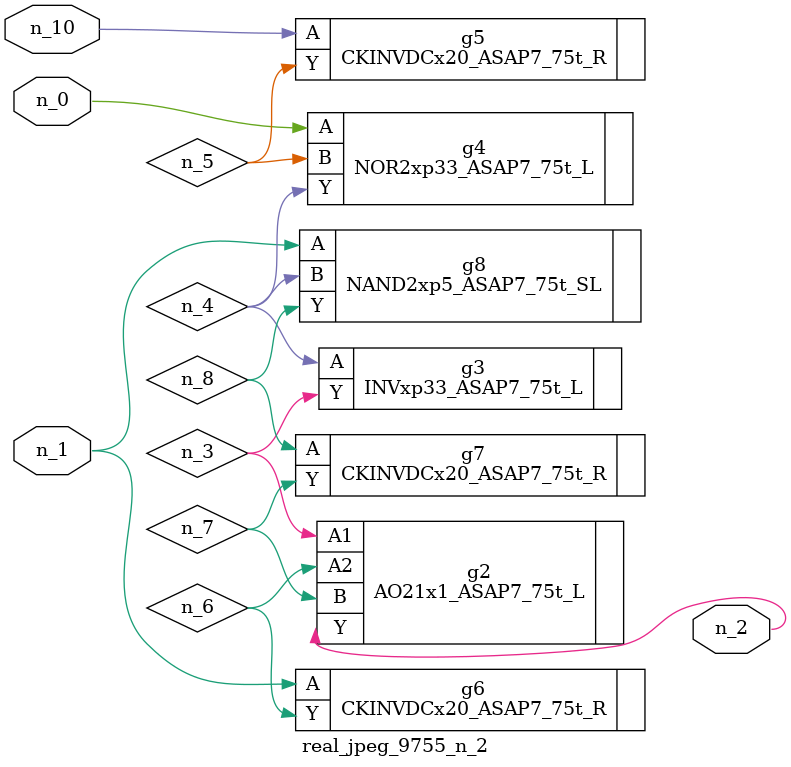
<source format=v>
module real_jpeg_9755_n_2 (n_1, n_10, n_0, n_2);

input n_1;
input n_10;
input n_0;

output n_2;

wire n_5;
wire n_4;
wire n_8;
wire n_6;
wire n_7;
wire n_3;

NOR2xp33_ASAP7_75t_L g4 ( 
.A(n_0),
.B(n_5),
.Y(n_4)
);

CKINVDCx20_ASAP7_75t_R g6 ( 
.A(n_1),
.Y(n_6)
);

NAND2xp5_ASAP7_75t_SL g8 ( 
.A(n_1),
.B(n_4),
.Y(n_8)
);

AO21x1_ASAP7_75t_L g2 ( 
.A1(n_3),
.A2(n_6),
.B(n_7),
.Y(n_2)
);

INVxp33_ASAP7_75t_L g3 ( 
.A(n_4),
.Y(n_3)
);

CKINVDCx20_ASAP7_75t_R g7 ( 
.A(n_8),
.Y(n_7)
);

CKINVDCx20_ASAP7_75t_R g5 ( 
.A(n_10),
.Y(n_5)
);


endmodule
</source>
